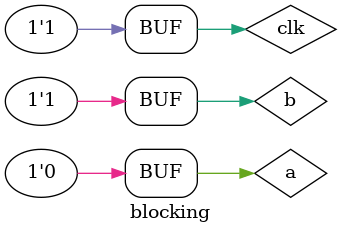
<source format=v>
module blocking();
reg a,b;
reg clk;
initial begin
#10;
a=#10 1'b1;
b=#10 1'b0;
#30;
a=#10 1'b0;
b=#10 1'b1;
#20;
end
initial
$monitor("time=%t ,a=%b, b=%b",$time,a,b);
initial 
clk=1;
endmodule



</source>
